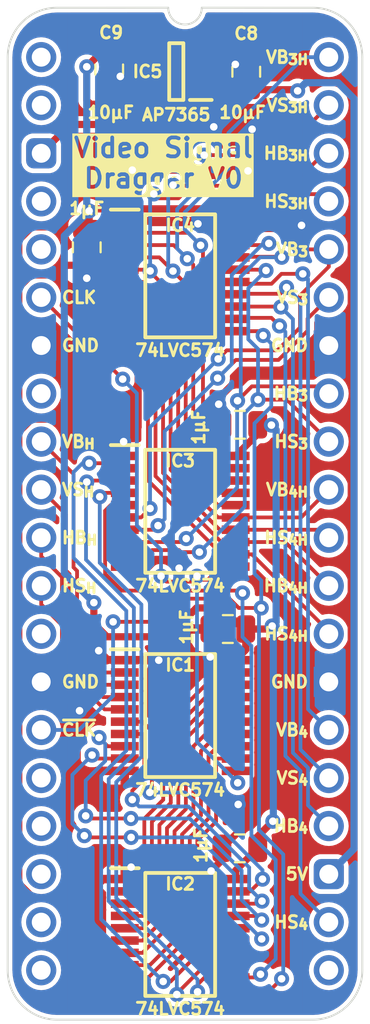
<source format=kicad_pcb>
(kicad_pcb (version 20240108) (generator "pcbnew") (generator_version "8.0")
  (title_block (title "Video Signal Dragger") (date "2024-03-08") (rev "V0"))
  (layers (0 "F.Cu" signal) (31 "B.Cu" signal) (34 "B.Paste" user) (35 "F.Paste" user) (36 "B.SilkS" user "B.Silkscreen") (37 "F.SilkS" user "F.Silkscreen") (38 "B.Mask" user) (39 "F.Mask" user) (44 "Edge.Cuts" user))
  (net 0 "")
  (net 1 "/3.3V")
  (net 3 "/Vertical Blank _{CYCLE 1}")
  (net 4 "/Vertical Sync _{CYCLE 1}")
  (net 5 "/Horizontal Blank _{CYCLE 1}")
  (net 6 "/Horizontal Sync _{CYCLE 1}")
  (net 7 "/Horizontal Sync _{CYCLE 1H}")
  (net 8 "/Horizontal Blank _{CYCLE 1H}")
  (net 9 "/Vertical Sync _{CYCLE 1H}")
  (net 10 "/Vertical Blank _{CYCLE 1H}")
  (net 19 "GND")
  (net 20 "5V")
  (net 21 "Vertical Blank _{HALF CYCLE}")
  (net 22 "Vertical Sync _{HALF CYCLE}")
  (net 23 "Horizontal Blank _{HALF CYCLE}")
  (net 24 "Horizontal Sync _{HALF CYCLE}")
  (net 25 "Pixel CLK")
  (net 26 "~{Pixel CLK}")
  (net 27 "Vertical Blank _{CYCLE 3}")
  (net 28 "Vertical Sync _{CYCLE 3}")
  (net 29 "Horizontal Blank _{CYCLE 3}")
  (net 30 "Horizontal Sync _{CYCLE 3}")
  (net 31 "Horizontal Sync _{CYCLE 4H}")
  (net 32 "Horizontal Blank _{CYCLE 4H}")
  (net 33 "Vertical Sync _{CYCLE 4H}")
  (net 34 "Vertical Blank _{CYCLE 4H}")
  (net 35 "Horizontal Sync _{CYCLE 3H}")
  (net 36 "Horizontal Blank _{CYCLE 3H}")
  (net 37 "Vertical Sync _{CYCLE 3H}")
  (net 38 "Vertical Blank _{CYCLE 3H}")
  (net 39 "Horizontal Sync _{CYCLE 4}")
  (net 40 "Horizontal Blank _{CYCLE 4}")
  (net 41 "Vertical Sync _{CYCLE 4}")
  (net 42 "Vertical Blank _{CYCLE 4}")
  (net 43 "/Horizontal Sync _{CYCLE 2}")
  (net 44 "/Horizontal Blank _{CYCLE 2}")
  (net 45 "/Vertical Sync _{CYCLE 2}")
  (net 46 "/Vertical Blank _{CYCLE 2}")
  (net 47 "/Horizontal Sync _{CYCLE 2H}")
  (net 48 "/Horizontal Blank _{CYCLE 2H}")
  (net 49 "/Vertical Sync _{CYCLE 2H}")
  (net 50 "/Vertical Blank _{CYCLE 2H}")
  (footprint "SamacSys_Parts:SOP65P640X110-20N" (layer "F.Cu") (at 96.266 93.218)
    (property "Reference" "IC1")
    (property "Value" "74LVC574APW,118" (hide yes))
  )
  (footprint "SamacSys_Parts:SOP65P640X110-20N" (layer "F.Cu") (at 96.266 69.977)
    (property "Reference" "IC4")
    (property "Value" "74LVC574APW,118" (hide yes))
  )
  (footprint "SamacSys_Parts:DIP-40_Board_W15.24mm" (layer "F.Cu") (at 88.9 58.42)
    (property "Reference" "J2" (hide yes))
    (property "Value" "Conn_02x20_Counter_Clockwise" (hide yes))
    (fp_line (start -1.778 48.26) (end -1.778 0) (stroke (width 0.1)) (layer "Edge.Cuts"))
    (fp_line (start 6.731 -2.6162) (end 0.835732 -2.613732) (stroke (width 0.1)) (layer "Edge.Cuts"))
    (fp_line (start 14.404267 -2.613733) (end 8.509 -2.6162) (stroke (width 0.1)) (layer "Edge.Cuts"))
    (fp_line (start 14.404268 50.873732) (end 0.835733 50.873733) (stroke (width 0.1)) (layer "Edge.Cuts"))
    (fp_line (start 17.018 48.26) (end 17.017999 -0.000001) (stroke (width 0.1)) (layer "Edge.Cuts"))
    (fp_arc (start -1.778 0) (mid -1.012456 -1.848188) (end 0.835732 -2.613732) (stroke (width 0.1)) (layer "Edge.Cuts"))
    (fp_arc (start 0.835733 50.873733) (mid -1.012457 50.10819) (end -1.778 48.26) (stroke (width 0.1)) (layer "Edge.Cuts"))
    (fp_arc (start 8.509 -2.6162) (mid 7.62 -1.7272) (end 6.731 -2.6162) (stroke (width 0.1)) (layer "Edge.Cuts"))
    (fp_arc (start 14.404267 -2.613733) (mid 16.25245 -1.848186) (end 17.017999 -0.000001) (stroke (width 0.1)) (layer "Edge.Cuts"))
    (fp_arc (start 17.018 48.26) (mid 16.252456 50.108187) (end 14.404268 50.873732) (stroke (width 0.1)) (layer "Edge.Cuts"))
  )
  (footprint "SamacSys_Parts:C_0805" (layer "F.Cu") (at 91.313 68.453 180)
    (property "Reference" "C4" (hide yes))
    (property "Value" "1μF")
  )
  (footprint "SamacSys_Parts:C_0805" (layer "F.Cu") (at 99.441 77.851 90)
    (property "Reference" "C3" (hide yes))
    (property "Value" "1μF")
  )
  (footprint "SamacSys_Parts:C_0805" (layer "F.Cu") (at 99.441 100.236692 90)
    (property "Reference" "C2" (hide yes))
    (property "Value" "1μF")
  )
  (footprint "SamacSys_Parts:SOP65P640X110-20N" (layer "F.Cu") (at 96.266 104.787292)
    (property "Reference" "IC2")
    (property "Value" "74LVC574APW,118" (hide yes))
  )
  (footprint "SamacSys_Parts:C_0805" (layer "F.Cu") (at 98.806 88.646 90)
    (property "Reference" "C1" (hide yes))
    (property "Value" "1μF")
  )
  (footprint "SamacSys_Parts:C_0805" (layer "F.Cu") (at 92.502 59.052833 180)
    (property "Reference" "C9")
    (property "Value" "10µF")
  )
  (footprint "SamacSys_Parts:C_0805" (layer "F.Cu") (at 99.7664 59.205233)
    (property "Reference" "C8")
    (property "Value" "10µF")
  )
  (footprint "SamacSys_Parts:SOP65P640X110-20N" (layer "F.Cu") (at 96.266 82.423)
    (property "Reference" "IC3")
    (property "Value" "74LVC574APW,118" (hide yes))
  )
  (footprint "SamacSys_Parts:SOT95P285X130-5N" (layer "F.Cu") (at 96.058 59.179833 180)
    (property "Reference" "IC5")
    (property "Value" "AP7365-33WG-7" (hide yes))
  )
  (gr_text "~{CLK}" (at 89.916 93.98 0) (layer "F.SilkS") (effects (font (size 0.635 0.635)) (justify left)))
  (gr_text "HB_{3H}" (at 103.124 63.5 0) (layer "F.SilkS") (effects (font (size 0.635 0.635)) (justify right)))
  (gr_text "HB_{4}" (at 103.124 99.06 0) (layer "F.SilkS") (effects (font (size 0.635 0.635)) (justify right)))
  (gr_text "VB_{4}" (at 103.124 93.98 0) (layer "F.SilkS") (effects (font (size 0.635 0.635)) (justify right)))
  (gr_text "VS_{3H}" (at 103.124 60.96 0) (layer "F.SilkS") (effects (font (size 0.635 0.635)) (justify right)))
  (gr_text "VS_{4}" (at 103.124 96.52 0) (layer "F.SilkS") (effects (font (size 0.635 0.635)) (justify right)))
  (gr_text "VS_{H}" (at 89.916 81.28 0) (layer "F.SilkS") (effects (font (size 0.635 0.635)) (justify left)))
  (gr_text "HS_{4H}" (at 103.124 83.82 0) (layer "F.SilkS") (effects (font (size 0.635 0.635)) (justify right)))
  (gr_text "VB_{3H}" (at 103.124 58.42 0) (layer "F.SilkS") (effects (font (size 0.635 0.635)) (justify right)))
  (gr_text "HS_{3H}" (at 103.124 66.04 0) (layer "F.SilkS") (effects (font (size 0.635 0.635)) (justify right)))
  (gr_text "HS_{H}" (at 89.916 86.36 0) (layer "F.SilkS") (effects (font (size 0.635 0.635)) (justify left)))
  (gr_text "VB_{3}" (at 103.124 68.58 0) (layer "F.SilkS") (effects (font (size 0.635 0.635)) (justify right)))
  (gr_text "HB_{3}" (at 103.124 76.2 0) (layer "F.SilkS") (effects (font (size 0.635 0.635)) (justify right)))
  (gr_text "HS_{3}" (at 103.124 78.74 0) (layer "F.SilkS") (effects (font (size 0.635 0.635)) (justify right)))
  (gr_text "VB_{4H}" (at 103.124 81.28 0) (layer "F.SilkS") (effects (font (size 0.635 0.635)) (justify right)))
  (gr_text "GND" (at 103.124 91.44 0) (layer "F.SilkS") (effects (font (size 0.635 0.635)) (justify right)))
  (gr_text "HB_{4H}" (at 103.124 86.36 0) (layer "F.SilkS") (effects (font (size 0.635 0.635)) (justify right)))
  (gr_text "HS_{4H}" (at 103.124 88.9 0) (layer "F.SilkS") (effects (font (size 0.635 0.635)) (justify right)))
  (gr_text "VB_{H}" (at 89.916 78.74 0) (layer "F.SilkS") (effects (font (size 0.635 0.635)) (justify left)))
  (gr_text "VS_{3}" (at 103.124 71.12 0) (layer "F.SilkS") (effects (font (size 0.635 0.635)) (justify right)))
  (gr_text "GND" (at 89.916 73.66 0) (layer "F.SilkS") (effects (font (size 0.635 0.635)) (justify left)))
  (gr_text "HB_{H}" (at 89.916 83.82 0) (layer "F.SilkS") (effects (font (size 0.635 0.635)) (justify left)))
  (gr_text "Video Signal\nDragger V0" (at 95.377 65.405 0) (layer "F.SilkS" knockout) (effects (font (size 1 1) (thickness 0.2) (bold yes)) (justify bottom)))
  (gr_text "CLK" (at 89.916 71.12 0) (layer "F.SilkS") (effects (font (size 0.635 0.635)) (justify left)))
  (gr_text "GND" (at 103.124 73.66 0) (layer "F.SilkS") (effects (font (size 0.635 0.635)) (justify right)))
  (gr_text "HS_{4}" (at 103.124 104.14 0) (layer "F.SilkS") (effects (font (size 0.635 0.635)) (justify right)))
  (gr_text "5V" (at 103.124 101.6 0) (layer "F.SilkS") (effects (font (size 0.635 0.635)) (justify right)))
  (gr_text "GND" (at 89.916 91.44 0) (layer "F.SilkS") (effects (font (size 0.635 0.635)) (justify left)))
  (segment (start 94.758 60.129833) (end 93.979 60.908833) (width 0.38) (layer "F.Cu") (net 1))
  (segment (start 99.593771 88.646) (end 98.478771 87.531) (width 0.38) (layer "F.Cu") (net 1))
  (segment (start 100.375 100.236692) (end 100.375 99.607002) (width 0.38) (layer "F.Cu") (net 1))
  (segment (start 97.127 87.531) (end 95.603 89.055) (width 0.38) (layer "F.Cu") (net 1))
  (segment (start 93.979 60.908833) (end 91.515833 60.908833) (width 0.38) (layer "F.Cu") (net 1))
  (segment (start 91.551 66.437) (end 91.44 66.548) (width 0.38) (layer "F.Cu") (net 1))
  (segment (start 99.204 101.407692) (end 100.375 100.236692) (width 0.38) (layer "F.Cu") (net 1))
  (segment (start 95.603 89.055) (end 92.382771 89.055) (width 0.38) (layer "F.Cu") (net 1))
  (segment (start 99.74 89.744) (end 99.74 89.109) (width 0.38) (layer "F.Cu") (net 1))
  (segment (start 99.204 90.28) (end 99.74 89.744) (width 0.38) (layer "F.Cu") (net 1))
  (segment (start 100.375 99.607002) (end 101.176 98.806002) (width 0.38) (layer "F.Cu") (net 1))
  (segment (start 92.382771 89.055) (end 91.69 88.362229) (width 0.38) (layer "F.Cu") (net 1))
  (segment (start 100.981645 88.646006) (end 101.139998 88.487653) (width 0.38) (layer "F.Cu") (net 1))
  (segment (start 99.204 101.862292) (end 99.204 101.407692) (width 0.38) (layer "F.Cu") (net 1))
  (segment (start 91.515833 60.908833) (end 91.313 60.706) (width 0.38) (layer "F.Cu") (net 1))
  (segment (start 99.204 67.052) (end 98.589 66.437) (width 0.38) (layer "F.Cu") (net 1))
  (segment (start 92.122163 58.118833) (end 91.313 58.927996) (width 0.38) (layer "F.Cu") (net 1))
  (segment (start 91.313 60.706) (end 91.313 58.927996) (width 0.38) (layer "F.Cu") (net 1))
  (segment (start 100.375 77.851) (end 101.083205 77.851) (width 0.38) (layer "F.Cu") (net 1))
  (segment (start 101.083205 77.851) (end 101.099815 77.86761) (width 0.38) (layer "F.Cu") (net 1))
  (segment (start 99.740006 88.646006) (end 100.981645 88.646006) (width 0.38) (layer "F.Cu") (net 1))
  (segment (start 98.478771 87.531) (end 97.127 87.531) (width 0.38) (layer "F.Cu") (net 1))
  (segment (start 99.204 79.498) (end 100.375 78.327) (width 0.38) (layer "F.Cu") (net 1))
  (segment (start 91.69 88.362229) (end 91.69 87.249) (width 0.38) (layer "F.Cu") (net 1))
  (segment (start 91.44 67.392) (end 91.44 66.548) (width 0.38) (layer "F.Cu") (net 1))
  (segment (start 98.589 66.437) (end 91.551 66.437) (width 0.38) (layer "F.Cu") (net 1))
  (via (at 101.139998 88.487653) (size 0.8) (drill 0.4) (layers "F.Cu" "B.Cu") (net 1))
  (via (at 91.313 58.927996) (size 0.8) (drill 0.4) (layers "F.Cu" "B.Cu") (net 1))
  (via (at 101.176 98.806002) (size 0.8) (drill 0.4) (layers "F.Cu" "B.Cu") (net 1))
  (via (at 91.44 66.548) (size 0.8) (drill 0.4) (layers "F.Cu" "B.Cu") (net 1))
  (via (at 101.099815 77.86761) (size 0.8) (drill 0.4) (layers "F.Cu" "B.Cu") (net 1))
  (via (at 91.69 87.249) (size 0.8) (drill 0.4) (layers "F.Cu" "B.Cu") (net 1))
  (segment (start 90.123 67.865) (end 90.123 85.682) (width 0.38) (layer "B.Cu") (net 1))
  (segment (start 101.349993 88.277658) (end 101.349993 78.117788) (width 0.38) (layer "B.Cu") (net 1))
  (segment (start 101.201 98.781002) (end 101.201 88.548655) (width 0.38) (layer "B.Cu") (net 1))
  (segment (start 101.139998 88.487653) (end 101.349993 88.277658) (width 0.38) (layer "B.Cu") (net 1))
  (segment (start 91.313 58.927996) (end 91.313 66.421) (width 0.38) (layer "B.Cu") (net 1))
  (segment (start 90.123 85.682) (end 91.69 87.249) (width 0.38) (layer "B.Cu") (net 1))
  (segment (start 91.313 66.421) (end 91.44 66.548) (width 0.38) (layer "B.Cu") (net 1))
  (segment (start 91.44 66.548) (end 90.123 67.865) (width 0.38) (layer "B.Cu") (net 1))
  (segment (start 101.349993 78.117788) (end 101.099815 77.86761) (width 0.38) (layer "B.Cu") (net 1))
  (segment (start 101.176 98.806002) (end 101.201 98.781002) (width 0.38) (layer "B.Cu") (net 1))
  (segment (start 101.201 88.548655) (end 101.139998 88.487653) (width 0.38) (layer "B.Cu") (net 1))
  (segment (start 99.980998 102.512292) (end 100.627 101.86629) (width 0.2) (layer "F.Cu") (net 3))
  (segment (start 94.7655 94.043) (end 94.7655 97.172095) (width 0.2) (layer "F.Cu") (net 3))
  (segment (start 94.2655 93.543) (end 94.7655 94.043) (width 0.2) (layer "F.Cu") (net 3))
  (segment (start 99.204 102.512292) (end 99.980998 102.512292) (width 0.2) (layer "F.Cu") (net 3))
  (segment (start 94.7655 97.172095) (end 94.652036 97.285559) (width 0.2) (layer "F.Cu") (net 3))
  (segment (start 93.328 93.543) (end 94.2655 93.543) (width 0.2) (layer "F.Cu") (net 3))
  (via (at 94.652036 97.285559) (size 0.8) (drill 0.4) (layers "F.Cu" "B.Cu") (net 3))
  (via (at 100.627 101.86629) (size 0.8) (drill 0.4) (layers "F.Cu" "B.Cu") (net 3))
  (segment (start 96.523559 97.285559) (end 94.652036 97.285559) (width 0.2) (layer "B.Cu") (net 3))
  (segment (start 100.627 101.86629) (end 100.627 101.389) (width 0.2) (layer "B.Cu") (net 3))
  (segment (start 100.627 101.389) (end 96.523559 97.285559) (width 0.2) (layer "B.Cu") (net 3))
  (segment (start 94.3655 96.548823) (end 93.726 97.188323) (width 0.2) (layer "F.Cu") (net 4))
  (segment (start 94.2655 94.193) (end 94.3655 94.293) (width 0.2) (layer "F.Cu") (net 4))
  (segment (start 100.466099 103.162292) (end 100.601036 103.027355) (width 0.2) (layer "F.Cu") (net 4))
  (segment (start 93.328 94.193) (end 94.2655 94.193) (width 0.2) (layer "F.Cu") (net 4))
  (segment (start 94.3655 94.293) (end 94.3655 96.548823) (width 0.2) (layer "F.Cu") (net 4))
  (segment (start 93.726 97.188323) (end 93.726 97.663) (width 0.2) (layer "F.Cu") (net 4))
  (segment (start 99.204 103.162292) (end 100.466099 103.162292) (width 0.2) (layer "F.Cu") (net 4))
  (via (at 100.601036 103.027355) (size 0.8) (drill 0.4) (layers "F.Cu" "B.Cu") (net 4))
  (via (at 93.726 97.663) (size 0.8) (drill 0.4) (layers "F.Cu" "B.Cu") (net 4))
  (segment (start 94.088519 98.025519) (end 93.726 97.663) (width 0.2) (layer "B.Cu") (net 4))
  (segment (start 99.919305 101.246991) (end 96.697833 98.025519) (width 0.2) (layer "B.Cu") (net 4))
  (segment (start 96.697833 98.025519) (end 94.088519 98.025519) (width 0.2) (layer "B.Cu") (net 4))
  (segment (start 100.601036 103.027355) (end 99.919305 102.345624) (width 0.2) (layer "B.Cu") (net 4))
  (segment (start 99.919305 102.345624) (end 99.919305 101.246991) (width 0.2) (layer "B.Cu") (net 4))
  (segment (start 93.328 94.843) (end 92.427649 94.843) (width 0.2) (layer "F.Cu") (net 5))
  (segment (start 92.427649 94.843) (end 91.965241 94.380592) (width 0.2) (layer "F.Cu") (net 5))
  (segment (start 100.369047 103.812292) (end 100.583967 104.027212) (width 0.2) (layer "F.Cu") (net 5))
  (segment (start 91.257002 98.522051) (end 91.395313 98.660362) (width 0.2) (layer "F.Cu") (net 5))
  (segment (start 99.204 103.812292) (end 100.369047 103.812292) (width 0.2) (layer "F.Cu") (net 5))
  (segment (start 91.395313 98.660362) (end 93.65339 98.660362) (width 0.2) (layer "F.Cu") (net 5))
  (via (at 91.257002 98.522051) (size 0.8) (drill 0.4) (layers "F.Cu" "B.Cu") (net 5))
  (via (at 91.965241 94.380592) (size 0.8) (drill 0.4) (layers "F.Cu" "B.Cu") (net 5))
  (via (at 100.583967 104.027212) (size 0.8) (drill 0.4) (layers "F.Cu" "B.Cu") (net 5))
  (via (at 93.65339 98.660362) (size 0.8) (drill 0.4) (layers "F.Cu" "B.Cu") (net 5))
  (segment (start 91.257002 98.522051) (end 91.257002 96.654333) (width 0.2) (layer "B.Cu") (net 5))
  (segment (start 92.295 95.616335) (end 92.295 94.710351) (width 0.2) (layer "B.Cu") (net 5))
  (segment (start 91.257002 96.654333) (end 92.295 95.616335) (width 0.2) (layer "B.Cu") (net 5))
  (segment (start 92.295 94.710351) (end 91.965241 94.380592) (width 0.2) (layer "B.Cu") (net 5))
  (segment (start 96.76699 98.660362) (end 93.65339 98.660362) (width 0.2) (layer "B.Cu") (net 5))
  (segment (start 100.583967 104.027212) (end 99.519305 102.96255) (width 0.2) (layer "B.Cu") (net 5))
  (segment (start 99.519305 102.96255) (end 99.519305 101.412677) (width 0.2) (layer "B.Cu") (net 5))
  (segment (start 99.519305 101.412677) (end 96.76699 98.660362) (width 0.2) (layer "B.Cu") (net 5))
  (segment (start 93.328 95.493) (end 91.778206 95.493) (width 0.2) (layer "F.Cu") (net 6))
  (segment (start 91.278298 99.660298) (end 93.664853 99.660298) (width 0.2) (layer "F.Cu") (net 6))
  (segment (start 100.019078 104.462292) (end 100.584 105.027214) (width 0.2) (layer "F.Cu") (net 6))
  (segment (start 91.186 99.568) (end 91.278298 99.660298) (width 0.2) (layer "F.Cu") (net 6))
  (segment (start 91.778206 95.493) (end 91.594561 95.309355) (width 0.2) (layer "F.Cu") (net 6))
  (segment (start 99.204 104.462292) (end 100.019078 104.462292) (width 0.2) (layer "F.Cu") (net 6))
  (via (at 93.664853 99.660298) (size 0.8) (drill 0.4) (layers "F.Cu" "B.Cu") (net 6))
  (via (at 100.584 105.027214) (size 0.8) (drill 0.4) (layers "F.Cu" "B.Cu") (net 6))
  (via (at 91.186 99.568) (size 0.8) (drill 0.4) (layers "F.Cu" "B.Cu") (net 6))
  (via (at 91.594561 95.309355) (size 0.8) (drill 0.4) (layers "F.Cu" "B.Cu") (net 6))
  (segment (start 90.551 96.352916) (end 91.594561 95.309355) (width 0.2) (layer "B.Cu") (net 6))
  (segment (start 91.186 99.568) (end 90.551 98.933) (width 0.2) (layer "B.Cu") (net 6))
  (segment (start 99.119309 103.562523) (end 99.119309 101.578367) (width 0.2) (layer "B.Cu") (net 6))
  (segment (start 100.584 105.027214) (end 99.119309 103.562523) (width 0.2) (layer "B.Cu") (net 6))
  (segment (start 90.551 98.933) (end 90.551 96.352916) (width 0.2) (layer "B.Cu") (net 6))
  (segment (start 99.119309 101.578367) (end 97.20124 99.660298) (width 0.2) (layer "B.Cu") (net 6))
  (segment (start 97.20124 99.660298) (end 93.664853 99.660298) (width 0.2) (layer "B.Cu") (net 6))
  (segment (start 96.566495 98.16531) (end 95.5655 99.166305) (width 0.2) (layer "F.Cu") (net 7))
  (segment (start 96.566495 94.441506) (end 96.566495 98.16531) (width 0.2) (layer "F.Cu") (net 7))
  (segment (start 98.115001 92.893) (end 96.566495 94.441506) (width 0.2) (layer "F.Cu") (net 7))
  (segment (start 95.5655 103.162292) (end 94.2655 104.462292) (width 0.2) (layer "F.Cu") (net 7))
  (segment (start 95.5655 99.166305) (end 95.5655 103.162292) (width 0.2) (layer "F.Cu") (net 7))
  (segment (start 94.2655 104.462292) (end 93.328 104.462292) (width 0.2) (layer "F.Cu") (net 7))
  (segment (start 99.204 92.893) (end 98.115001 92.893) (width 0.2) (layer "F.Cu") (net 7))
  (segment (start 95.1655 102.912292) (end 94.2655 103.812292) (width 0.2) (layer "F.Cu") (net 8))
  (segment (start 98.199315 92.243) (end 96.166495 94.27582) (width 0.2) (layer "F.Cu") (net 8))
  (segment (start 94.2655 103.812292) (end 93.328 103.812292) (width 0.2) (layer "F.Cu") (net 8))
  (segment (start 96.166495 97.999624) (end 95.1655 99.000619) (width 0.2) (layer "F.Cu") (net 8))
  (segment (start 96.166495 94.27582) (end 96.166495 97.999624) (width 0.2) (layer "F.Cu") (net 8))
  (segment (start 99.204 92.243) (end 98.199315 92.243) (width 0.2) (layer "F.Cu") (net 8))
  (segment (start 95.1655 99.000619) (end 95.1655 102.912292) (width 0.2) (layer "F.Cu") (net 8))
  (segment (start 94.7655 98.834933) (end 94.7655 102.662292) (width 0.2) (layer "F.Cu") (net 9))
  (segment (start 98.2665 91.593) (end 95.766495 94.093005) (width 0.2) (layer "F.Cu") (net 9))
  (segment (start 95.766495 94.093005) (end 95.766495 97.833938) (width 0.2) (layer "F.Cu") (net 9))
  (segment (start 95.766495 97.833938) (end 94.7655 98.834933) (width 0.2) (layer "F.Cu") (net 9))
  (segment (start 94.7655 102.662292) (end 94.2655 103.162292) (width 0.2) (layer "F.Cu") (net 9))
  (segment (start 94.2655 103.162292) (end 93.328 103.162292) (width 0.2) (layer "F.Cu") (net 9))
  (segment (start 99.204 91.593) (end 98.2665 91.593) (width 0.2) (layer "F.Cu") (net 9))
  (segment (start 98.2665 90.943) (end 95.366495 93.843005) (width 0.2) (layer "F.Cu") (net 10))
  (segment (start 95.366495 97.668252) (end 94.3655 98.669247) (width 0.2) (layer "F.Cu") (net 10))
  (segment (start 94.3655 98.669247) (end 94.3655 102.412292) (width 0.2) (layer "F.Cu") (net 10))
  (segment (start 94.2655 102.512292) (end 93.328 102.512292) (width 0.2) (layer "F.Cu") (net 10))
  (segment (start 95.366495 93.843005) (end 95.366495 97.668252) (width 0.2) (layer "F.Cu") (net 10))
  (segment (start 99.204 90.943) (end 98.2665 90.943) (width 0.2) (layer "F.Cu") (net 10))
  (segment (start 94.3655 102.412292) (end 94.2655 102.512292) (width 0.2) (layer "F.Cu") (net 10))
  (segment (start 97.358 59.179833) (end 98.8258 59.179833) (width 0.38) (layer "F.Cu") (net 19))
  (segment (start 92.2105 107.712292) (end 93.328 107.712292) (width 0.38) (layer "F.Cu") (net 19))
  (segment (start 98.9994 57.472233) (end 93.929 57.472233) (width 0.38) (layer "F.Cu") (net 19))
  (segment (start 89.328 67.39) (end 92.329 64.389) (width 0.38) (layer "F.Cu") (net 19))
  (segment (start 87.71 102.092915) (end 88.487085 102.87) (width 0.38) (layer "F.Cu") (net 19))
  (segment (start 93.091 59.436) (end 93.084833 59.436) (width 0.38) (layer "F.Cu") (net 19))
  (segment (start 88.371 69.93) (end 88.392 69.93) (width 0.38) (layer "F.Cu") (net 19))
  (segment (start 93.328 72.902) (end 94.036 73.61) (width 0.38) (layer "F.Cu") (net 19))
  (segment (start 93.328 67.052) (end 97.030008 67.052) (width 0.38) (layer "F.Cu") (net 19))
  (segment (start 90.805 95.928197) (end 90.805 93.091) (width 0.38) (layer "F.Cu") (net 19))
  (segment (start 93.324 96.139) (end 91.015803 96.139) (width 0.38) (layer "F.Cu") (net 19))
  (segment (start 92.2105 101.862292) (end 90.805 103.267792) (width 0.38) (layer "F.Cu") (net 19))
  (segment (start 87.71 68.087085) (end 88.407085 67.39) (width 0.38) (layer "F.Cu") (net 19))
  (segment (start 99.187 58.801) (end 99.204633 58.801) (width 0.38) (layer "F.Cu") (net 19))
  (segment (start 99.375992 97.917) (end 99.339998 97.917) (width 0.38) (layer "F.Cu") (net 19))
  (segment (start 87.71 74.85) (end 87.71 76.868) (width 0.38) (layer "F.Cu") (net 19))
  (segment (start 88.9 73.66) (end 87.71 72.47) (width 0.38) (layer "F.Cu") (net 19))
  (segment (start 93.328 101.567288) (end 93.664 101.231288) (width 0.38) (layer "F.Cu") (net 19))
  (segment (start 93.328 90.293) (end 95.129808 90.293) (width 0.38) (layer "F.Cu") (net 19))
  (segment (start 97.84 88.646) (end 97.84 90.106164) (width 0.38) (layer "F.Cu") (net 19))
  (segment (start 87.71 72.47) (end 87.71 72.009) (width 0.38) (layer "F.Cu") (net 19))
  (segment (start 91.313 69.419) (end 90.253 69.419) (width 0.38) (layer "F.Cu") (net 19))
  (segment (start 94.983651 84.964) (end 95.737972 84.964) (width 0.38) (layer "F.Cu") (net 19))
  (segment (start 92.452 90.293) (end 91.948 89.789) (width 0.38) (layer "F.Cu") (net 19))
  (segment (start 93.091 59.429833) (end 93.091 59.436) (width 0.38) (layer "F.Cu") (net 19))
  (segment (start 98.171006 62.23) (end 100.076 62.23) (width 0.38) (layer "F.Cu") (net 19))
  (segment (start 104.14 91.44) (end 105.33 90.25) (width 0.38) (layer "F.Cu") (net 19))
  (segment (start 102.95 92.63) (end 102.95 94.342992) (width 0.38) (layer "F.Cu") (net 19))
  (segment (start 87.71 69.248) (end 87.71 68.087085) (width 0.38) (layer "F.Cu") (net 19))
  (segment (start 98.307213 76.444787) (end 98.307213 76.764187) (width 0.38) (layer "F.Cu") (net 19))
  (segment (start 93.328 78.800574) (end 93.267448 78.740022) (width 0.38) (layer "F.Cu") (net 19))
  (segment (start 98.475 100.236692) (end 98.475 100.861741) (width 0.38) (layer "F.Cu") (net 19))
  (segment (start 97.683164 90.293) (end 97.855 90.121164) (width 0.38) (layer "F.Cu") (net 19))
  (segment (start 91.313 70.104) (end 91.313 69.419) (width 0.38) (layer "F.Cu") (net 19))
  (segment (start 95.129808 90.293) (end 97.683164 90.293) (width 0.38) (layer "F.Cu") (net 19))
  (segment (start 93.617 57.784233) (end 93.617 58.903833) (width 0.38) (layer "F.Cu") (net 19))
  (segment (start 94.036 73.61) (end 94.036 77.97147) (width 0.38) (layer "F.Cu") (net 19))
  (segment (start 88.487085 102.87) (end 90.407208 102.87) (width 0.38) (layer "F.Cu") (net 19))
  (segment (start 88.9 73.66) (end 87.71 74.85) (width 0.38) (layer "F.Cu") (net 19))
  (segment (start 105.41 74.93) (end 104.14 73.66) (width 0.38) (layer "F.Cu") (net 19))
  (segment (start 95.737972 84.964) (end 96.206179 85.432207) (width 0.38) (layer "F.Cu") (net 19))
  (segment (start 88.407085 67.39) (end 89.328 67.39) (width 0.38) (layer "F.Cu") (net 19))
  (segment (start 94.599651 85.348) (end 94.983651 84.964) (width 0.38) (layer "F.Cu") (net 19))
  (segment (start 99.204633 58.801) (end 99.7664 58.239233) (width 0.38) (layer "F.Cu") (net 19))
  (segment (start 105.41 80.01) (end 105.41 74.93) (width 0.38) (layer "F.Cu") (net 19))
  (segment (start 104.14 91.44) (end 102.95 92.63) (width 0.38) (layer "F.Cu") (net 19))
  (segment (start 88.392 77.55) (end 87.71 78.232) (width 0.38) (layer "F.Cu") (net 19))
  (segment (start 87.71 78.232) (end 87.71 90.25) (width 0.38) (layer "F.Cu") (net 19))
  (segment (start 91.313 71.9795) (end 91.313 70.104) (width 0.38) (layer "F.Cu") (net 19))
  (segment (start 93.328 90.293) (end 92.452 90.293) (width 0.38) (layer "F.Cu") (net 19))
  (segment (start 104.647992 67.309992) (end 102.695992 67.309992) (width 0.38) (layer "F.Cu") (net 19))
  (segment (start 88.392 77.55) (end 92.077426 77.55) (width 0.38) (layer "F.Cu") (net 19))
  (segment (start 99.822 64.389) (end 99.861004 64.428004) (width 0.38) (layer "F.Cu") (net 19))
  (segment (start 97.030008 67.052) (end 97.205008 67.227) (width 0.38) (layer "F.Cu") (net 19))
  (segment (start 87.71 70.591) (end 88.371 69.93) (width 0.38) (layer "F.Cu") (net 19))
  (segment (start 94.036 77.97147) (end 93.267448 78.740022) (width 0.38) (layer "F.Cu") (net 19))
  (segment (start 90.407208 102.87) (end 90.805 103.267792) (width 0.38) (layer "F.Cu") (net 19))
  (segment (start 93.617 58.903833) (end 93.091 59.429833) (width 0.38) (layer "F.Cu") (net 19))
  (segment (start 93.328 101.862292) (end 92.2105 101.862292) (width 0.38) (layer "F.Cu") (net 19))
  (segment (start 90.253 69.419) (end 89.742 69.93) (width 0.38) (layer "F.Cu") (net 19))
  (segment (start 99.494771 75.257229) (end 98.307213 76.444787) (width 0.38) (layer "F.Cu") (net 19))
  (segment (start 98.307213 77.683213) (end 98.307213 76.764187) (width 0.38) (layer "F.Cu") (net 19))
  (segment (start 92.077426 77.55) (end 93.267448 78.740022) (width 0.38) (layer "F.Cu") (net 19))
  (segment (start 98.044 62.102994) (end 98.171006 62.23) (width 0.38) (layer "F.Cu") (net 19))
  (segment (start 104.14 73.66) (end 105.33 72.47) (width 0.38) (layer "F.Cu") (net 19))
  (segment (start 93.328 85.348) (end 94.599651 85.348) (width 0.38) (layer "F.Cu") (net 19))
  (segment (start 97.84 90.106164) (end 97.855 90.121164) (width 0.38) (layer "F.Cu") (net 19))
  (segment (start 102.542771 75.257229) (end 99.494771 75.257229) (width 0.38) (layer "F.Cu") (net 19))
  (segment (start 105.33 80.09) (end 105.41 80.01) (width 0.38) (layer "F.Cu") (net 19))
  (segment (start 92.2355 72.902) (end 91.313 71.9795) (width 0.38) (layer "F.Cu") (net 19))
  (segment (start 105.33 67.992) (end 104.647992 67.309992) (width 0.38) (layer "F.Cu") (net 19))
  (segment (start 98.475 100.236692) (end 99.339998 99.371694) (width 0.38) (layer "F.Cu") (net 19))
  (segment (start 87.71 90.25) (end 88.9 91.44) (width 0.38) (layer "F.Cu") (net 19))
  (segment (start 88.9 91.44) (end 87.71 92.63) (width 0.38) (layer "F.Cu") (net 19))
  (segment (start 89.742 69.93) (end 88.392 69.93) (width 0.38) (layer "F.Cu") (net 19))
  (segment (start 87.71 72.009) (end 87.71 70.591) (width 0.38) (layer "F.Cu") (net 19))
  (segment (start 88.392 69.93) (end 87.71 69.248) (width 0.38) (layer "F.Cu") (net 19))
  (segment (start 99.7664 58.239233) (end 98.9994 57.472233) (width 0.38) (layer "F.Cu") (net 19))
  (segment (start 93.328 79.498) (end 93.328 78.800574) (width 0.38) (layer "F.Cu") (net 19))
  (segment (start 87.71 92.63) (end 87.71 101.854) (width 0.38) (layer "F.Cu") (net 19))
  (segment (start 90.805 93.091) (end 90.932 92.964) (width 0.38) (layer "F.Cu") (net 19))
  (segment (start 92.329 64.389) (end 93.726 64.389) (width 0.38) (layer "F.Cu") (net 19))
  (segment (start 93.929 57.472233) (end 93.617 57.784233) (width 0.38) (layer "F.Cu") (net 19))
  (segment (start 93.328 101.862292) (end 93.328 101.567288) (width 0.38) (layer "F.Cu") (net 19))
  (segment (start 105.33 90.25) (end 105.33 80.09) (width 0.38) (layer "F.Cu") (net 19))
  (segment (start 102.95 94.342992) (end 99.375992 97.917) (width 0.38) (layer "F.Cu") (net 19))
  (segment (start 87.71 101.854) (end 87.71 102.092915) (width 0.38) (layer "F.Cu") (net 19))
  (segment (start 98.475 100.861741) (end 97.902394 101.434347) (width 0.38) (layer "F.Cu") (net 19))
  (segment (start 90.805 106.306792) (end 92.2105 107.712292) (width 0.38) (layer "F.Cu") (net 19))
  (segment (start 87.71 76.868) (end 88.392 77.55) (width 0.38) (layer "F.Cu") (net 19))
  (segment (start 104.14 73.66) (end 102.542771 75.257229) (width 0.38) (layer "F.Cu") (net 19))
  (segment (start 93.726 64.389) (end 99.822 64.389) (width 0.38) (layer "F.Cu") (net 19))
  (segment (start 105.33 72.47) (end 105.33 67.992) (width 0.38) (layer "F.Cu") (net 19))
  (segment (start 91.015803 96.139) (end 90.805 95.928197) (width 0.38) (layer "F.Cu") (net 19))
  (segment (start 99.339998 99.371694) (end 99.339998 97.917) (width 0.38) (layer "F.Cu") (net 19))
  (segment (start 98.8258 59.179833) (end 99.187 58.818633) (width 0.38) (layer "F.Cu") (net 19))
  (segment (start 99.187 58.818633) (end 99.187 58.801) (width 0.38) (layer "F.Cu") (net 19))
  (segment (start 90.805 103.267792) (end 90.805 106.306792) (width 0.38) (layer "F.Cu") (net 19))
  (segment (start 93.328 72.902) (end 92.2355 72.902) (width 0.38) (layer "F.Cu") (net 19))
  (segment (start 93.084833 59.436) (end 92.502 60.018833) (width 0.38) (layer "F.Cu") (net 19))
  (via (at 100.076 62.23) (size 0.8) (drill 0.4) (layers "F.Cu" "B.Cu") (net 19))
  (via (at 99.339998 97.917) (size 0.8) (drill 0.4) (layers "F.Cu" "B.Cu") (net 19))
  (via (at 98.044 62.102994) (size 0.8) (drill 0.4) (layers "F.Cu" "B.Cu") (net 19))
  (via (at 96.206179 85.432207) (size 0.8) (drill 0.4) (layers "F.Cu" "B.Cu") (net 19))
  (via (at 97.855 90.121164) (size 0.8) (drill 0.4) (layers "F.Cu" "B.Cu") (net 19))
  (via (at 93.664 101.231288) (size 0.8) (drill 0.4) (layers "F.Cu" "B.Cu") (net 19))
  (via (at 98.307213 76.764187) (size 0.8) (drill 0.4) (layers "F.Cu" "B.Cu") (net 19))
  (via (at 93.726 64.389) (size 0.8) (drill 0.4) (layers "F.Cu" "B.Cu") (net 19))
  (via (at 95.129808 90.293) (size 0.8) (drill 0.4) (layers "F.Cu" "B.Cu") (net 19))
  (via (at 93.267448 78.740022) (size 0.8) (drill 0.4) (layers "F.Cu" "B.Cu") (net 19))
  (via (at 99.187 58.801) (size 0.8) (drill 0.4) (layers "F.Cu" "B.Cu") (net 19))
  (via (at 97.205008 67.227) (size 0.8) (drill 0.4) (layers "F.Cu" "B.Cu") (net 19))
  (via (at 97.902394 101.434347) (size 0.8) (drill 0.4) (layers "F.Cu" "B.Cu") (net 19))
  (via (at 91.948 89.789) (size 0.8) (drill 0.4) (layers "F.Cu" "B.Cu") (net 19))
  (via (at 91.313 70.104) (size 0.8) (drill 0.4) (layers "F.Cu" "B.Cu") (net 19))
  (via (at 90.932 92.964) (size 0.8) (drill 0.4) (layers "F.Cu" "B.Cu") (net 19))
  (via (at 93.091 59.436) (size 0.8) (drill 0.4) (layers "F.Cu" "B.Cu") (net 19))
  (via (at 99.861004 64.428004) (size 0.8) (drill 0.4) (layers "F.Cu" "B.Cu") (net 19))
  (via (at 102.695992 67.309992) (size 0.8) (drill 0.4) (layers "F.Cu" "B.Cu") (net 19))
  (segment (start 98.718012 68.111011) (end 99.519031 67.309992) (width 0.38) (layer "B.Cu") (net 19))
  (segment (start 97.834 67.227) (end 97.205008 67.227) (width 0.38) (layer "B.Cu") (net 19))
  (segment (start 95.794649 83.538037) (end 95.794649 85.020677) (width 0.38) (layer "B.Cu") (net 19))
  (segment (start 98.307213 81.025473) (end 95.794649 83.538037) (width 0.38) (layer "B.Cu") (net 19))
  (segment (start 95.129808 90.293) (end 95.129808 88.131192) (width 0.38) (layer "B.Cu") (net 19))
  (segment (start 93.267448 85.139448) (end 95.6945 87.5665) (width 0.38) (layer "B.Cu") (net 19))
  (segment (start 93.267448 78.740022) (end 93.267448 85.139448) (width 0.38) (layer "B.Cu") (net 19))
  (segment (start 93.091 61.468) (end 93.726 62.103) (width 0.38) (layer "B.Cu") (net 19))
  (segment (start 98.718012 68.111011) (end 97.834 67.227) (width 0.38) (layer "B.Cu") (net 19))
  (segment (start 98.307213 76.764187) (end 98.307213 81.025473) (width 0.38) (layer "B.Cu") (net 19))
  (segment (start 98.718012 68.111011) (end 92.428 74.401023) (width 0.38) (layer "B.Cu") (net 19))
  (segment (start 102.695992 67.309992) (end 102.695992 67.262992) (width 0.38) (layer "B.Cu") (net 19))
  (segment (start 98.679 97.917) (end 99.339998 97.917) (width 0.38) (layer "B.Cu") (net 19))
  (segment (start 99.861004 64.571004) (end 99.861004 64.428004) (width 0.38) (layer "B.Cu") (net 19))
  (segment (start 102.695992 67.262992) (end 99.861004 64.428004) (width 0.38) (layer "B.Cu") (net 19))
  (segment (start 93.726 62.103) (end 93.726 64.389) (width 0.38) (layer "B.Cu") (net 19))
  (segment (start 92.428 77.900574) (end 93.267448 78.740022) (width 0.38) (layer "B.Cu") (net 19))
  (segment (start 95.129808 88.131192) (end 95.6945 87.5665) (width 0.38) (layer "B.Cu") (net 19))
  (segment (start 91.948 89.789) (end 90.932 90.805) (width 0.38) (layer "B.Cu") (net 19))
  (segment (start 98.044 61.214) (end 98.044 62.102994) (width 0.38) (layer "B.Cu") (net 19))
  (segment (start 91.313 73.286023) (end 91.313 70.104) (width 0.38) (layer "B.Cu") (net 19))
  (segment (start 93.091 59.436) (end 93.091 61.468) (width 0.38) (layer "B.Cu") (net 19))
  (segment (start 90.932 90.805) (end 90.932 92.964) (width 0.38) (layer "B.Cu") (net 19))
  (segment (start 97.205008 67.227) (end 99.861004 64.571004) (width 0.38) (layer "B.Cu") (net 19))
  (segment (start 95.6945 87.5665) (end 96.206179 87.054821) (width 0.38) (layer "B.Cu") (net 19))
  (segment (start 89.408 91.44) (end 90.932 92.964) (width 0.38) (layer "B.Cu") (net 19))
  (segment (start 95.129808 94.367808) (end 98.679 97.917) (width 0.38) (layer "B.Cu") (net 19))
  (segment (start 95.794649 85.020677) (end 96.206179 85.432207) (width 0.38) (layer "B.Cu") (net 19))
  (segment (start 97.902394 101.434347) (end 97.699335 101.231288) (width 0.38) (layer "B.Cu") (net 19))
  (segment (start 95.129808 90.293) (end 95.129808 94.367808) (width 0.38) (layer "B.Cu") (net 19))
  (segment (start 92.428 74.401023) (end 92.428 77.900574) (width 0.38) (layer "B.Cu") (net 19))
  (segment (start 99.187 58.801) (end 99.187 60.071) (width 0.38) (layer "B.Cu") (net 19))
  (segment (start 99.187 60.071) (end 98.044 61.214) (width 0.38) (layer "B.Cu") (net 19))
  (segment (start 99.519031 67.309992) (end 102.695992 67.309992) (width 0.38) (layer "B.Cu") (net 19))
  (segment (start 92.428 74.401023) (end 91.313 73.286023) (width 0.38) (layer "B.Cu") (net 19))
  (segment (start 99.861004 62.444996) (end 100.076 62.23) (width 0.38) (layer "B.Cu") (net 19))
  (segment (start 99.861004 64.428004) (end 99.861004 62.444996) (width 0.38) (layer "B.Cu") (net 19))
  (segment (start 97.699335 101.231288) (end 93.664 101.231288) (width 0.38) (layer "B.Cu") (net 19))
  (segment (start 96.206179 87.054821) (end 96.206179 85.432207) (width 0.38) (layer "B.Cu") (net 19))
  (segment (start 96.653 58.229833) (end 96.393 58.489833) (width 0.38) (layer "F.Cu") (net 20))
  (segment (start 97.358 60.129833) (end 96.391334 60.129833) (width 0.38) (layer "F.Cu") (net 20))
  (segment (start 90.424 61.976) (end 94.545167 61.976) (width 0.38) (layer "F.Cu") (net 20))
  (segment (start 96.391334 60.129833) (end 96.333667 60.1875) (width 0.38) (layer "F.Cu") (net 20))
  (segment (start 97.358 58.229833) (end 96.653 58.229833) (width 0.38) (layer "F.Cu") (net 20))
  (segment (start 88.9 63.5) (end 90.424 61.976) (width 0.38) (layer "F.Cu") (net 20))
  (segment (start 94.545167 61.976) (end 96.333667 60.1875) (width 0.38) (layer "F.Cu") (net 20))
  (segment (start 99.7664 60.139233) (end 102.430233 60.139233) (width 0.38) (layer "F.Cu") (net 20))
  (segment (start 96.393 58.489833) (end 96.393 60.128167) (width 0.38) (layer "F.Cu") (net 20))
  (segment (start 102.430233 60.139233) (end 102.489 60.198) (width 0.38) (layer "F.Cu") (net 20))
  (segment (start 96.393 60.128167) (end 96.333667 60.1875) (width 0.38) (layer "F.Cu") (net 20))
  (segment (start 99.7664 60.139233) (end 97.3674 60.139233) (width 0.38) (layer "F.Cu") (net 20))
  (via (at 102.489 60.198) (size 0.8) (drill 0.4) (layers "F.Cu" "B.Cu") (net 20))
  (segment (start 105.477999 100.262001) (end 105.477999 60.615084) (width 0.38) (layer "B.Cu") (net 20))
  (segment (start 104.14 101.6) (end 105.477999 100.262001) (width 0.38) (layer "B.Cu") (net 20))
  (segment (start 104.632915 59.77) (end 102.917 59.77) (width 0.38) (layer "B.Cu") (net 20))
  (segment (start 102.917 59.77) (end 102.489 60.198) (width 0.38) (layer "B.Cu") (net 20))
  (segment (start 105.477999 60.615084) (end 104.632915 59.77) (width 0.38) (layer "B.Cu") (net 20))
  (segment (start 90.612992 80.452992) (end 90.612992 85.385986) (width 0.2) (layer "F.Cu") (net 21))
  (segment (start 91.200002 87.94731) (end 91.200002 90.137944) (width 0.2) (layer "F.Cu") (net 21))
  (segment (start 88.9 78.74) (end 90.612992 80.452992) (width 0.2) (layer "F.Cu") (net 21))
  (segment (start 90.8 85.572995) (end 90.8 87.547308) (width 0.2) (layer "F.Cu") (net 21))
  (segment (start 90.8 87.547308) (end 91.200002 87.94731) (width 0.2) (layer "F.Cu") (net 21))
  (segment (start 92.005058 90.943) (end 93.328 90.943) (width 0.2) (layer "F.Cu") (net 21))
  (segment (start 91.200002 90.137944) (end 92.005058 90.943) (width 0.2) (layer "F.Cu") (net 21))
  (segment (start 90.612992 85.385986) (end 90.8 85.572995) (width 0.2) (layer "F.Cu") (net 21))
  (segment (start 90.212992 85.551671) (end 90.4 85.73868) (width 0.2) (layer "F.Cu") (net 22))
  (segment (start 90.4 85.73868) (end 90.4 87.712994) (width 0.2) (layer "F.Cu") (net 22))
  (segment (start 90.800002 90.30363) (end 92.089372 91.593) (width 0.2) (layer "F.Cu") (net 22))
  (segment (start 90.800002 88.112996) (end 90.800002 90.30363) (width 0.2) (layer "F.Cu") (net 22))
  (segment (start 90.4 87.712994) (end 90.800002 88.112996) (width 0.2) (layer "F.Cu") (net 22))
  (segment (start 92.089372 91.593) (end 93.328 91.593) (width 0.2) (layer "F.Cu") (net 22))
  (segment (start 90.212992 82.592992) (end 90.212992 85.551671) (width 0.2) (layer "F.Cu") (net 22))
  (segment (start 88.9 81.28) (end 90.212992 82.592992) (width 0.2) (layer "F.Cu") (net 22))
  (segment (start 90.4 88.27868) (end 90.4 90.469314) (width 0.2) (layer "F.Cu") (net 23))
  (segment (start 90 85.904365) (end 90 87.87868) (width 0.2) (layer "F.Cu") (net 23))
  (segment (start 90.4 90.469314) (end 92.173686 92.243) (width 0.2) (layer "F.Cu") (net 23))
  (segment (start 88.9 84.804365) (end 90 85.904365) (width 0.2) (layer "F.Cu") (net 23))
  (segment (start 92.173686 92.243) (end 93.328 92.243) (width 0.2) (layer "F.Cu") (net 23))
  (segment (start 88.9 83.82) (end 88.9 84.804365) (width 0.2) (layer "F.Cu") (net 23))
  (segment (start 90 87.87868) (end 90.4 88.27868) (width 0.2) (layer "F.Cu") (net 23))
  (segment (start 92.258 92.893) (end 93.328 92.893) (width 0.2) (layer "F.Cu") (net 24))
  (segment (start 90 90.635) (end 92.258 92.893) (width 0.2) (layer "F.Cu") (net 24))
  (segment (start 88.9 87.344365) (end 90 88.444365) (width 0.2) (layer "F.Cu") (net 24))
  (segment (start 90 88.444365) (end 90 90.635) (width 0.2) (layer "F.Cu") (net 24))
  (segment (start 88.9 86.36) (end 88.9 87.344365) (width 0.2) (layer "F.Cu") (net 24))
  (segment (start 99.204 85.348) (end 98.421 85.348) (width 0.2) (layer "F.Cu") (net 25))
  (segment (start 88.9 71.12) (end 93.218 75.438) (width 0.2) (layer "F.Cu") (net 25))
  (segment (start 93.218 75.438) (end 93.218 75.438008) (width 0.2) (layer "F.Cu") (net 25))
  (segment (start 99.204 96.664) (end 99.314 96.774) (width 0.2) (layer "F.Cu") (net 25))
  (segment (start 98.421 85.348) (end 97.729607 86.039393) (width 0.2) (layer "F.Cu") (net 25))
  (segment (start 97.729607 86.039393) (end 97.342393 86.039393) (width 0.2) (layer "F.Cu") (net 25))
  (segment (start 97.342393 86.039393) (end 97.155 85.852) (width 0.2) (layer "F.Cu") (net 25))
  (segment (start 96.866226 86.140774) (end 95.538774 86.140774) (width 0.2) (layer "F.Cu") (net 25))
  (segment (start 95.538774 86.140774) (end 95.25 85.852) (width 0.2) (layer "F.Cu") (net 25))
  (segment (start 97.155 85.852) (end 96.866226 86.140774) (width 0.2) (layer "F.Cu") (net 25))
  (segment (start 99.204 96.143) (end 99.204 96.664) (width 0.2) (layer "F.Cu") (net 25))
  (via (at 93.218 75.438008) (size 0.8) (drill 0.4) (layers "F.Cu" "B.Cu") (net 25))
  (via (at 99.314 96.774) (size 0.8) (drill 0.4) (layers "F.Cu" "B.Cu") (net 25))
  (via (at 95.25 85.852) (size 0.8) (drill 0.4) (layers "F.Cu" "B.Cu") (net 25))
  (via (at 97.155 85.852) (size 0.8) (drill 0.4) (layers "F.Cu" "B.Cu") (net 25))
  (segment (start 93.218 75.438008) (end 93.967448 76.187456) (width 0.2) (layer "B.Cu") (net 25))
  (segment (start 93.967448 83.172448) (end 95.25 84.455) (width 0.2) (layer "B.Cu") (net 25))
  (segment (start 97.155 85.852) (end 97.155 94.615) (width 0.2) (layer "B.Cu") (net 25))
  (segment (start 95.25 84.455) (end 95.25 85.852) (width 0.2) (layer "B.Cu") (net 25))
  (segment (start 97.155 94.615) (end 99.314 96.774) (width 0.2) (layer "B.Cu") (net 25))
  (segment (start 93.967448 76.187456) (end 93.967448 83.172448) (width 0.2) (layer "B.Cu") (net 25))
  (segment (start 98.87805 87.041) (end 96.728 87.041) (width 0.2) (layer "F.Cu") (net 26))
  (segment (start 99.369846 87.532796) (end 98.87805 87.041) (width 0.2) (layer "F.Cu") (net 26))
  (segment (start 101.060293 107.712292) (end 101.639391 107.133194) (width 0.2) (layer "F.Cu") (net 26))
  (segment (start 95.504 88.265) (end 92.71 88.265) (width 0.2) (layer "F.Cu") (net 26))
  (segment (start 99.204 107.712292) (end 101.060293 107.712292) (width 0.2) (layer "F.Cu") (net 26))
  (segment (start 100.43495 72.902) (end 100.663178 73.130228) (width 0.2) (layer "F.Cu") (net 26))
  (segment (start 99.204 72.902) (end 100.43495 72.902) (width 0.2) (layer "F.Cu") (net 26))
  (segment (start 96.728 87.041) (end 95.504 88.265) (width 0.2) (layer "F.Cu") (net 26))
  (segment (start 100.560183 87.532796) (end 99.369846 87.532796) (width 0.2) (layer "F.Cu") (net 26))
  (via (at 100.560183 87.532796) (size 0.8) (drill 0.4) (layers "F.Cu" "B.Cu") (net 26))
  (via (at 92.71 88.265) (size 0.8) (drill 0.4) (layers "F.Cu" "B.Cu") (net 26))
  (via (at 100.663178 73.130228) (size 0.8) (drill 0.4) (layers "F.Cu" "B.Cu") (net 26))
  (via (at 101.639391 107.133194) (size 0.8) (drill 0.4) (layers "F.Cu" "B.Cu") (net 26))
  (segment (start 100.439998 99.270948) (end 100.439998 87.652981) (width 0.2) (layer "B.Cu") (net 26))
  (segment (start 100.560183 86.082183) (end 100.560183 87.532796) (width 0.2) (layer "B.Cu") (net 26))
  (segment (start 100.203 85.725) (end 100.560183 86.082183) (width 0.2) (layer "B.Cu") (net 26))
  (segment (start 101.639391 107.133194) (end 101.727 107.045585) (width 0.2) (layer "B.Cu") (net 26))
  (segment (start 100.663178 73.130228) (end 101.092 73.55905) (width 0.2) (layer "B.Cu") (net 26))
  (segment (start 101.092 76.885475) (end 100.203 77.774475) (width 0.2) (layer "B.Cu") (net 26))
  (segment (start 100.203 77.774475) (end 100.203 85.725) (width 0.2) (layer "B.Cu") (net 26))
  (segment (start 90.90595 93.98) (end 92.71 92.17595) (width 0.2) (layer "B.Cu") (net 26))
  (segment (start 88.9 93.98) (end 90.90595 93.98) (width 0.2) (layer "B.Cu") (net 26))
  (segment (start 101.727 107.045585) (end 101.727 100.55795) (width 0.2) (layer "B.Cu") (net 26))
  (segment (start 101.727 100.55795) (end 100.439998 99.270948) (width 0.2) (layer "B.Cu") (net 26))
  (segment (start 101.092 73.55905) (end 101.092 76.885475) (width 0.2) (layer "B.Cu") (net 26))
  (segment (start 92.71 92.17595) (end 92.71 88.265) (width 0.2) (layer "B.Cu") (net 26))
  (segment (start 100.439998 87.652981) (end 100.560183 87.532796) (width 0.2) (layer "B.Cu") (net 26))
  (segment (start 100.1415 67.702) (end 100.2795 67.564) (width 0.2) (layer "F.Cu") (net 27))
  (segment (start 104.14 69.496123) (end 102.616 71.020123) (width 0.2) (layer "F.Cu") (net 27))
  (segment (start 102.616 71.020123) (end 102.616 72.713314) (width 0.2) (layer "F.Cu") (net 27))
  (segment (start 102.64205 68.58) (end 104.14 68.58) (width 0.2) (layer "F.Cu") (net 27))
  (segment (start 101.62605 67.564) (end 102.64205 68.58) (width 0.2) (layer "F.Cu") (net 27))
  (segment (start 99.204 67.702) (end 100.1415 67.702) (width 0.2) (layer "F.Cu") (net 27))
  (segment (start 98.730819 73.914) (end 98.277823 74.366996) (width 0.2) (layer "F.Cu") (net 27))
  (segment (start 100.2795 67.564) (end 101.62605 67.564) (width 0.2) (layer "F.Cu") (net 27))
  (segment (start 94.192543 82.748) (end 94.667448 82.273095) (width 0.2) (layer "F.Cu") (net 27))
  (segment (start 101.415314 73.914) (end 98.730819 73.914) (width 0.2) (layer "F.Cu") (net 27))
  (segment (start 104.14 68.58) (end 104.14 69.496123) (width 0.2) (layer "F.Cu") (net 27))
  (segment (start 102.616 72.713314) (end 101.415314 73.914) (width 0.2) (layer "F.Cu") (net 27))
  (segment (start 93.328 82.748) (end 94.192543 82.748) (width 0.2) (layer "F.Cu") (net 27))
  (via (at 98.277823 74.366996) (size 0.8) (drill 0.4) (layers "F.Cu" "B.Cu") (net 27))
  (via (at 94.667448 82.273095) (size 0.8) (drill 0.4) (layers "F.Cu" "B.Cu") (net 27))
  (segment (start 98.277823 74.366996) (end 94.667448 77.977371) (width 0.2) (layer "B.Cu") (net 27))
  (segment (start 94.667448 77.977371) (end 94.667448 82.273095) (width 0.2) (layer "B.Cu") (net 27))
  (segment (start 100.875916 68.352) (end 100.963916 68.264) (width 0.2) (layer "F.Cu") (net 28))
  (segment (start 94.871945 83.398) (end 95.090953 83.178992) (width 0.2) (layer "F.Cu") (net 28))
  (segment (start 99.204 68.352) (end 100.875916 68.352) (width 0.2) (layer "F.Cu") (net 28))
  (segment (start 104.14 71.12) (end 103.016 72.244) (width 0.2) (layer "F.Cu") (net 28))
  (segment (start 103.016 72.879) (end 101.473 74.422) (width 0.2) (layer "F.Cu") (net 28))
  (segment (start 93.328 83.398) (end 94.871945 83.398) (width 0.2) (layer "F.Cu") (net 28))
  (segment (start 101.473 74.422) (end 99.21277 74.422) (width 0.2) (layer "F.Cu") (net 28))
  (segment (start 103.016 72.244) (end 103.016 72.879) (width 0.2) (layer "F.Cu") (net 28))
  (segment (start 99.21277 74.422) (end 98.249365 75.385405) (width 0.2) (layer "F.Cu") (net 28))
  (via (at 98.249365 75.385405) (size 0.8) (drill 0.4) (layers "F.Cu" "B.Cu") (net 28))
  (via (at 95.090953 83.178992) (size 0.8) (drill 0.4) (layers "F.Cu" "B.Cu") (net 28))
  (via (at 100.963916 68.264) (size 0.8) (drill 0.4) (layers "F.Cu" "B.Cu") (net 28))
  (segment (start 98.997501 74.637269) (end 98.249365 75.385405) (width 0.2) (layer "B.Cu") (net 28))
  (segment (start 100.666465 68.264) (end 98.997501 69.932964) (width 0.2) (layer "B.Cu") (net 28))
  (segment (start 95.442 82.827945) (end 95.090953 83.178992) (width 0.2) (layer "B.Cu") (net 28))
  (segment (start 98.249365 75.385405) (end 95.442 78.19277) (width 0.2) (layer "B.Cu") (net 28))
  (segment (start 95.442 78.19277) (end 95.442 82.827945) (width 0.2) (layer "B.Cu") (net 28))
  (segment (start 98.997501 69.932964) (end 98.997501 74.637269) (width 0.2) (layer "B.Cu") (net 28))
  (segment (start 100.963916 68.264) (end 100.666465 68.264) (width 0.2) (layer "B.Cu") (net 28))
  (segment (start 103.759 75.819) (end 100.064471 75.819) (width 0.2) (layer "F.Cu") (net 29))
  (segment (start 93.328 84.048) (end 96.401915 84.048) (width 0.2) (layer "F.Cu") (net 29))
  (segment (start 96.401915 84.048) (end 96.584649 83.865266) (width 0.2) (layer "F.Cu") (net 29))
  (segment (start 101.620823 68.969557) (end 101.646281 68.995015) (width 0.2) (layer "F.Cu") (net 29))
  (segment (start 100.064471 75.819) (end 99.305247 76.578224) (width 0.2) (layer "F.Cu") (net 29))
  (segment (start 99.236443 68.969557) (end 101.620823 68.969557) (width 0.2) (layer "F.Cu") (net 29))
  (via (at 101.646281 68.995015) (size 0.8) (drill 0.4) (layers "F.Cu" "B.Cu") (net 29))
  (via (at 99.305247 76.578224) (size 0.8) (drill 0.4) (layers "F.Cu" "B.Cu") (net 29))
  (via (at 96.584649 83.865266) (size 0.8) (drill 0.4) (layers "F.Cu" "B.Cu") (net 29))
  (segment (start 99.475743 76.407728) (end 99.305247 76.578224) (width 0.2) (layer "B.Cu") (net 29))
  (segment (start 99.305247 76.578224) (end 99.284291 76.59918) (width 0.2) (layer "B.Cu") (net 29))
  (segment (start 101.646281 68.995015) (end 100.501135 68.995015) (width 0.2) (layer "B.Cu") (net 29))
  (segment (start 100.501135 68.995015) (end 99.475743 70.020407) (width 0.2) (layer "B.Cu") (net 29))
  (segment (start 99.284291 81.165624) (end 96.584649 83.865266) (width 0.2) (layer "B.Cu") (net 29))
  (segment (start 99.475743 70.020407) (end 99.475743 76.407728) (width 0.2) (layer "B.Cu") (net 29))
  (segment (start 99.284291 76.59918) (end 99.284291 81.165624) (width 0.2) (layer "B.Cu") (net 29))
  (segment (start 101.921501 76.521501) (end 100.39075 76.521501) (width 0.2) (layer "F.Cu") (net 30))
  (segment (start 93.328 84.698) (end 94.556686 84.698) (width 0.2) (layer "F.Cu") (net 30))
  (segment (start 99.204 69.652) (end 100.770625 69.652) (width 0.2) (layer "F.Cu") (net 30))
  (segment (start 96.309377 84.582) (end 97.282 84.582) (width 0.2) (layer "F.Cu") (net 30))
  (segment (start 94.556686 84.698) (end 94.780686 84.474) (width 0.2) (layer "F.Cu") (net 30))
  (segment (start 94.780686 84.474) (end 96.201377 84.474) (width 0.2) (layer "F.Cu") (net 30))
  (segment (start 104.14 78.74) (end 101.921501 76.521501) (width 0.2) (layer "F.Cu") (net 30))
  (segment (start 100.770625 69.652) (end 100.81364 69.695015) (width 0.2) (layer "F.Cu") (net 30))
  (segment (start 96.201377 84.474) (end 96.309377 84.582) (width 0.2) (layer "F.Cu") (net 30))
  (via (at 100.39075 76.521501) (size 0.8) (drill 0.4) (layers "F.Cu" "B.Cu") (net 30))
  (via (at 100.81364 69.695015) (size 0.8) (drill 0.4) (layers "F.Cu" "B.Cu") (net 30))
  (via (at 97.282 84.582) (size 0.8) (drill 0.4) (layers "F.Cu" "B.Cu") (net 30))
  (segment (start 99.684291 82.179709) (end 97.282 84.582) (width 0.2) (layer "B.Cu") (net 30))
  (segment (start 100.39075 76.521501) (end 99.684291 77.22796) (width 0.2) (layer "B.Cu") (net 30))
  (segment (start 100.39075 73.84775) (end 100.39075 76.521501) (width 0.2) (layer "B.Cu") (net 30))
  (segment (start 99.684291 77.22796) (end 99.684291 82.179709) (width 0.2) (layer "B.Cu") (net 30))
  (segment (start 99.875743 70.632912) (end 99.875743 73.332743) (width 0.2) (layer "B.Cu") (net 30))
  (segment (start 99.875743 73.332743) (end 100.39075 73.84775) (width 0.2) (layer "B.Cu") (net 30))
  (segment (start 100.81364 69.695015) (end 99.875743 70.632912) (width 0.2) (layer "B.Cu") (net 30))
  (segment (start 94.557385 72.543885) (end 94.2655 72.252) (width 0.2) (layer "F.Cu") (net 31))
  (segment (start 99.204 84.698) (end 100.065 84.698) (width 0.2) (layer "F.Cu") (net 31))
  (segment (start 94.2655 72.252) (end 93.328 72.252) (width 0.2) (layer "F.Cu") (net 31))
  (segment (start 98.464474 84.698) (end 94.557385 80.790911) (width 0.2) (layer "F.Cu") (net 31))
  (segment (start 94.557385 80.790911) (end 94.557385 72.543885) (width 0.2) (layer "F.Cu") (net 31))
  (segment (start 99.204 84.698) (end 98.464474 84.698) (width 0.2) (layer "F.Cu") (net 31))
  (segment (start 100.065 84.698) (end 104.14 88.773) (width 0.2) (layer "F.Cu") (net 31))
  (segment (start 94.957379 72.293879) (end 94.2655 71.602) (width 0.2) (layer "F.Cu") (net 32))
  (segment (start 94.957379 80.56363) (end 94.957379 72.293879) (width 0.2) (layer "F.Cu") (net 32))
  (segment (start 99.204 84.048) (end 98.441749 84.048) (width 0.2) (layer "F.Cu") (net 32))
  (segment (start 104.14 86.36) (end 101.828 84.048) (width 0.2) (layer "F.Cu") (net 32))
  (segment (start 98.441749 84.048) (end 94.957379 80.56363) (width 0.2) (layer "F.Cu") (net 32))
  (segment (start 101.828 84.048) (end 99.204 84.048) (width 0.2) (layer "F.Cu") (net 32))
  (segment (start 94.2655 71.602) (end 93.328 71.602) (width 0.2) (layer "F.Cu") (net 32))
  (segment (start 95.357373 72.043873) (end 94.2655 70.952) (width 0.2) (layer "F.Cu") (net 33))
  (segment (start 95.357373 80.397939) (end 95.357373 72.043873) (width 0.2) (layer "F.Cu") (net 33))
  (segment (start 99.204 83.398) (end 98.357434 83.398) (width 0.2) (layer "F.Cu") (net 33))
  (segment (start 98.357434 83.398) (end 95.357373 80.397939) (width 0.2) (layer "F.Cu") (net 33))
  (segment (start 94.2655 70.952) (end 93.328 70.952) (width 0.2) (layer "F.Cu") (net 33))
  (segment (start 99.204 83.398) (end 103.718 83.398) (width 0.2) (layer "F.Cu") (net 33))
  (segment (start 102.672 82.748) (end 104.14 81.28) (width 0.2) (layer "F.Cu") (net 34))
  (segment (start 99.204 82.748) (end 98.27312 82.748) (width 0.2) (layer "F.Cu") (net 34))
  (segment (start 95.757367 71.793867) (end 94.2655 70.302) (width 0.2) (layer "F.Cu") (net 34))
  (segment (start 94.2655 70.302) (end 93.328 70.302) (width 0.2) (layer "F.Cu") (net 34))
  (segment (start 99.204 82.748) (end 102.672 82.748) (width 0.2) (layer "F.Cu") (net 34))
  (segment (start 98.27312 82.748) (end 95.757367 80.232247) (width 0.2) (layer "F.Cu") (net 34))
  (segment (start 95.757367 80.232247) (end 95.757367 71.793867) (width 0.2) (layer "F.Cu") (net 34))
  (segment (start 98.2665 82.098) (end 96.157361 79.988861) (width 0.2) (layer "F.Cu") (net 35))
  (segment (start 96.157361 79.988861) (end 96.157361 71.251187) (width 0.2) (layer "F.Cu") (net 35))
  (segment (start 95.100998 65.879) (end 94.869 65.647002) (width 0.2) (layer "F.Cu") (net 35))
  (segment (start 94.604953 69.652) (end 94.672163 69.71921) (width 0.2) (layer "F.Cu") (net 35))
  (segment (start 93.328 69.652) (end 94.604953 69.652) (width 0.2) (layer "F.Cu") (net 35))
  (segment (start 96.39495 65.659) (end 96.17495 65.879) (width 0.2) (layer "F.Cu") (net 35))
  (segment (start 103.759 65.659) (end 96.39495 65.659) (width 0.2) (layer "F.Cu") (net 35))
  (segment (start 99.204 82.098) (end 98.2665 82.098) (width 0.2) (layer "F.Cu") (net 35))
  (segment (start 94.672163 69.765989) (end 94.672163 69.71921) (width 0.2) (layer "F.Cu") (net 35))
  (segment (start 96.157361 71.251187) (end 94.672163 69.765989) (width 0.2) (layer "F.Cu") (net 35))
  (segment (start 96.17495 65.879) (end 95.100998 65.879) (width 0.2) (layer "F.Cu") (net 35))
  (via (at 94.869 65.647002) (size 0.8) (drill 0.4) (layers "F.Cu" "B.Cu") (net 35))
  (via (at 94.672163 69.71921) (size 0.8) (drill 0.4) (layers "F.Cu" "B.Cu") (net 35))
  (segment (start 94.672163 65.843839) (end 94.869 65.647002) (width 0.2) (layer "B.Cu") (net 35))
  (segment (start 94.672163 69.71921) (end 94.672163 65.843839) (width 0.2) (layer "B.Cu") (net 35))
  (segment (start 96.557355 79.738855) (end 96.557355 70.400177) (width 0.2) (layer "F.Cu") (net 36))
  (segment (start 98.2665 81.448) (end 96.557355 79.738855) (width 0.2) (layer "F.Cu") (net 36))
  (segment (start 95.159178 69.002) (end 95.882412 69.725234) (width 0.2) (layer "F.Cu") (net 36))
  (segment (start 104.013 63.373) (end 102.17 65.216) (width 0.2) (layer "F.Cu") (net 36))
  (segment (start 93.328 69.002) (end 95.159178 69.002) (width 0.2) (layer "F.Cu") (net 36))
  (segment (start 99.204 81.448) (end 98.2665 81.448) (width 0.2) (layer "F.Cu") (net 36))
  (segment (start 95.922 65.216) (end 95.885 65.179) (width 0.2) (layer "F.Cu") (net 36))
  (segment (start 96.557355 70.400177) (end 95.882412 69.725234) (width 0.2) (layer "F.Cu") (net 36))
  (segment (start 102.17 65.216) (end 95.922 65.216) (width 0.2) (layer "F.Cu") (net 36))
  (via (at 95.882412 69.725234) (size 0.8) (drill 0.4) (layers "F.Cu" "B.Cu") (net 36))
  (via (at 95.885 65.179) (size 0.8) (drill 0.4) (layers "F.Cu" "B.Cu") (net 36))
  (segment (start 95.631 65.433) (end 95.885 65.179) (width 0.2) (layer "B.Cu") (net 36))
  (segment (start 95.882412 69.725234) (end 95.631 69.473822) (width 0.2) (layer "B.Cu") (net 36))
  (segment (start 95.631 69.473822) (end 95.631 65.433) (width 0.2) (layer "B.Cu") (net 36))
  (segment (start 98.2665 80.798) (end 96.957355 79.488855) (width 0.2) (layer "F.Cu") (net 37))
  (segment (start 95.919554 68.352) (end 96.639674 69.07212) (width 0.2) (layer "F.Cu") (net 37))
  (segment (start 104.14 60.96) (end 101.501006 63.598994) (width 0.2) (layer "F.Cu") (net 37))
  (segment (start 99.204 80.798) (end 98.2665 80.798) (width 0.2) (layer "F.Cu") (net 37))
  (segment (start 101.501006 63.598994) (end 97.536 63.598994) (width 0.2) (layer "F.Cu") (net 37))
  (segment (start 93.328 68.352) (end 95.919554 68.352) (width 0.2) (layer "F.Cu") (net 37))
  (segment (start 96.957355 69.389801) (end 96.639674 69.07212) (width 0.2) (layer "F.Cu") (net 37))
  (segment (start 96.957355 79.488855) (end 96.957355 69.389801) (width 0.2) (layer "F.Cu") (net 37))
  (via (at 96.639674 69.07212) (size 0.8) (drill 0.4) (layers "F.Cu" "B.Cu") (net 37))
  (via (at 97.536 63.598994) (size 0.8) (drill 0.4) (layers "F.Cu" "B.Cu") (net 37))
  (segment (start 96.639674 69.07212) (end 96.104998 68.537444) (width 0.2) (layer "B.Cu") (net 37))
  (segment (start 96.104998 68.537444) (end 96.104998 66.455002) (width 0.2) (layer "B.Cu") (net 37))
  (segment (start 96.104998 66.455002) (end 97.536 65.024) (width 0.2) (layer "B.Cu") (net 37))
  (segment (start 97.536 65.024) (end 97.536 63.598994) (width 0.2) (layer "B.Cu") (net 37))
  (segment (start 97.472931 68.49116) (end 97.346782 68.365011) (width 0.2) (layer "F.Cu") (net 38))
  (segment (start 99.204 80.148) (end 98.2665 80.148) (width 0.2) (layer "F.Cu") (net 38))
  (segment (start 93.328 67.702) (end 96.683771 67.702) (width 0.2) (layer "F.Cu") (net 38))
  (segment (start 98.2665 80.148) (end 97.472931 79.354431) (width 0.2) (layer "F.Cu") (net 38))
  (segment (start 96.683771 67.702) (end 97.346782 68.365011) (width 0.2) (layer "F.Cu") (net 38))
  (segment (start 97.472931 79.354431) (end 97.472931 68.49116) (width 0.2) (layer "F.Cu") (net 38))
  (via (at 97.346782 68.365011) (size 0.8) (drill 0.4) (layers "F.Cu" "B.Cu") (net 38))
  (segment (start 98.825 64.300686) (end 96.505008 66.620678) (width 0.2) (layer "B.Cu") (net 38))
  (segment (start 98.825 62.420339) (end 98.825 64.300686) (width 0.2) (layer "B.Cu") (net 38))
  (segment (start 104.14 58.42) (end 102.825339 58.42) (width 0.2) (layer "B.Cu") (net 38))
  (segment (start 96.505008 66.620678) (end 96.505008 67.523237) (width 0.2) (layer "B.Cu") (net 38))
  (segment (start 96.505008 67.523237) (end 97.346782 68.365011) (width 0.2) (layer "B.Cu") (net 38))
  (segment (start 102.825339 58.42) (end 98.825 62.420339) (width 0.2) (layer "B.Cu") (net 38))
  (segment (start 101.101861 72.198) (end 101.527778 72.623917) (width 0.2) (layer "F.Cu") (net 39))
  (segment (start 99.258 72.198) (end 101.101861 72.198) (width 0.2) (layer "F.Cu") (net 39))
  (via (at 101.527778 72.623917) (size 0.8) (drill 0.4) (layers "F.Cu" "B.Cu") (net 39))
  (segment (start 102.64 102.64) (end 102.64 96.151372) (width 0.2) (layer "B.Cu") (net 39))
  (segment (start 101.840001 95.351373) (end 101.84 72.936139) (width 0.2) (layer "B.Cu") (net 39))
  (segment (start 102.64 96.151372) (end 101.840001 95.351373) (width 0.2) (layer "B.Cu") (net 39))
  (segment (start 101.84 72.936139) (end 101.527778 72.623917) (width 0.2) (layer "B.Cu") (net 39))
  (segment (start 104.14 104.14) (end 102.64 102.64) (width 0.2) (layer "B.Cu") (net 39))
  (segment (start 99.204 71.602) (end 101.575631 71.602) (width 0.2) (layer "F.Cu") (net 40))
  (segment (start 101.575631 71.602) (end 101.599852 71.626221) (width 0.2) (layer "F.Cu") (net 40))
  (via (at 101.599852 71.626221) (size 0.8) (drill 0.4) (layers "F.Cu" "B.Cu") (net 40))
  (segment (start 102.24 95.185686) (end 103.04 95.985687) (width 0.2) (layer "B.Cu") (net 40))
  (segment (start 103.04 95.985687) (end 103.04 97.96) (width 0.2) (layer "B.Cu") (net 40))
  (segment (start 103.04 97.96) (end 104.14 99.06) (width 0.2) (layer "B.Cu") (net 40))
  (segment (start 101.599852 71.626221) (end 102.24 72.266369) (width 0.2) (layer "B.Cu") (net 40))
  (segment (start 102.24 72.266369) (end 102.24 95.185686) (width 0.2) (layer "B.Cu") (net 40))
  (segment (start 101.566321 70.926221) (end 101.901133 70.591409) (width 0.2) (layer "F.Cu") (net 41))
  (segment (start 99.229779 70.926221) (end 101.566321 70.926221) (width 0.2) (layer "F.Cu") (net 41))
  (via (at 101.901133 70.591409) (size 0.8) (drill 0.4) (layers "F.Cu" "B.Cu") (net 41))
  (segment (start 102.64 95.02) (end 104.14 96.52) (width 0.2) (layer "B.Cu") (net 41))
  (segment (start 101.901133 70.591409) (end 102.64 71.330276) (width 0.2) (layer "B.Cu") (net 41))
  (segment (start 102.64 71.330276) (end 102.64 95.02) (width 0.2) (layer "B.Cu") (net 41))
  (segment (start 101.107571 70.395015) (end 101.630679 69.871907) (width 0.2) (layer "F.Cu") (net 42))
  (segment (start 101.630679 69.871907) (end 102.761876 69.871907) (width 0.2) (layer "F.Cu") (net 42))
  (segment (start 99.297015 70.395015) (end 101.107571 70.395015) (width 0.2) (layer "F.Cu") (net 42))
  (via (at 102.761876 69.871907) (size 0.8) (drill 0.4) (layers "F.Cu" "B.Cu") (net 42))
  (segment (start 102.761876 69.871907) (end 103.04 70.150031) (width 0.2) (layer "B.Cu") (net 42))
  (segment (start 103.04 92.88) (end 104.14 93.98) (width 0.2) (layer "B.Cu") (net 42))
  (segment (start 103.04 70.150031) (end 103.04 92.88) (width 0.2) (layer "B.Cu") (net 42))
  (segment (start 93.328 82.098) (end 92.580076 82.098) (width 0.2) (layer "F.Cu") (net 43))
  (segment (start 93.173124 86.614) (end 99.441 86.614) (width 0.2) (layer "F.Cu") (net 43))
  (segment (start 99.204 107.062292) (end 100.353558 107.062292) (width 0.2) (layer "F.Cu") (net 43))
  (segment (start 92.580076 82.098) (end 92.286423 82.391653) (width 0.2) (layer "F.Cu") (net 43))
  (segment (start 99.441 86.614) (end 99.568 86.741) (width 0.2) (layer "F.Cu") (net 43))
  (segment (start 92.286423 82.391653) (end 92.286423 85.727299) (width 0.2) (layer "F.Cu") (net 43))
  (segment (start 92.286423 85.727299) (end 93.173124 86.614) (width 0.2) (layer "F.Cu") (net 43))
  (segment (start 100.353558 107.062292) (end 100.520685 106.895165) (width 0.2) (layer "F.Cu") (net 43))
  (via (at 99.568 86.741) (size 0.8) (drill 0.4) (layers "F.Cu" "B.Cu") (net 43))
  (via (at 100.520685 106.895165) (size 0.8) (drill 0.4) (layers "F.Cu" "B.Cu") (net 43))
  (segment (start 99.568 89.065686) (end 99.568 86.741) (width 0.2) (layer "B.Cu") (net 43))
  (segment (start 100.520685 106.895165) (end 101.327 106.08885) (width 0.2) (layer "B.Cu") (net 43))
  (segment (start 101.327 100.85455) (end 100.039998 99.567548) (width 0.2) (layer "B.Cu") (net 43))
  (segment (start 101.327 106.08885) (end 101.327 100.85455) (width 0.2) (layer "B.Cu") (net 43))
  (segment (start 100.039998 89.537684) (end 99.568 89.065686) (width 0.2) (layer "B.Cu") (net 43))
  (segment (start 100.039998 99.567548) (end 100.039998 89.537684) (width 0.2) (layer "B.Cu") (net 43))
  (segment (start 92.20667 81.448) (end 92.001375 81.653295) (width 0.2) (layer "F.Cu") (net 44))
  (segment (start 98.208171 106.412292) (end 97.185147 107.435316) (width 0.2) (layer "F.Cu") (net 44))
  (segment (start 93.328 81.448) (end 92.20667 81.448) (width 0.2) (layer "F.Cu") (net 44))
  (segment (start 99.204 106.412292) (end 98.208171 106.412292) (width 0.2) (layer "F.Cu") (net 44))
  (segment (start 97.185147 107.435316) (end 97.185147 107.822372) (width 0.2) (layer "F.Cu") (net 44))
  (via (at 92.001375 81.653295) (size 0.8) (drill 0.4) (layers "F.Cu" "B.Cu") (net 44))
  (via (at 97.185147 107.822372) (size 0.8) (drill 0.4) (layers "F.Cu" "B.Cu") (net 44))
  (segment (start 92.8765 96.7345) (end 94.210001 95.400999) (width 0.2) (layer "B.Cu") (net 44))
  (segment (start 97.185147 107.172754) (end 92.8765 102.864107) (width 0.2) (layer "B.Cu") (net 44))
  (segment (start 94.210001 95.400999) (end 94.210001 87.352001) (width 0.2) (layer "B.Cu") (net 44))
  (segment (start 92.001375 85.143375) (end 92.001375 81.653295) (width 0.2) (layer "B.Cu") (net 44))
  (segment (start 94.210001 87.352001) (end 92.001375 85.143375) (width 0.2) (layer "B.Cu") (net 44))
  (segment (start 97.185147 107.822372) (end 97.185147 107.172754) (width 0.2) (layer "B.Cu") (net 44))
  (segment (start 92.8765 102.864107) (end 92.8765 96.7345) (width 0.2) (layer "B.Cu") (net 44))
  (segment (start 93.328 80.798) (end 91.389479 80.798) (width 0.2) (layer "F.Cu") (net 45))
  (segment (start 91.389479 80.798) (end 91.313 80.874479) (width 0.2) (layer "F.Cu") (net 45))
  (segment (start 98.23805 105.762292) (end 96.086581 107.913761) (width 0.2) (layer "F.Cu") (net 45))
  (segment (start 99.204 105.762292) (end 98.23805 105.762292) (width 0.2) (layer "F.Cu") (net 45))
  (segment (start 96.086581 107.913761) (end 96.086581 107.962463) (width 0.2) (layer "F.Cu") (net 45))
  (via (at 96.086581 107.962463) (size 0.8) (drill 0.4) (layers "F.Cu" "B.Cu") (net 45))
  (via (at 91.313 80.874479) (size 0.8) (drill 0.4) (layers "F.Cu" "B.Cu") (net 45))
  (segment (start 92.4765 96.568814) (end 93.810001 95.235313) (width 0.2) (layer "B.Cu") (net 45))
  (segment (start 91.273925 84.981611) (end 91.273925 80.913554) (width 0.2) (layer "B.Cu") (net 45))
  (segment (start 93.810001 95.235313) (end 93.810002 87.517688) (width 0.2) (layer "B.Cu") (net 45))
  (segment (start 96.086581 107.962463) (end 96.086581 106.639874) (width 0.2) (layer "B.Cu") (net 45))
  (segment (start 96.086581 106.639874) (end 92.4765 103.029792) (width 0.2) (layer "B.Cu") (net 45))
  (segment (start 91.273925 80.913554) (end 91.313 80.874479) (width 0.2) (layer "B.Cu") (net 45))
  (segment (start 93.810002 87.517688) (end 91.273925 84.981611) (width 0.2) (layer "B.Cu") (net 45))
  (segment (start 92.4765 103.029792) (end 92.4765 96.568814) (width 0.2) (layer "B.Cu") (net 45))
  (segment (start 97.918105 105.112292) (end 95.757213 107.273184) (width 0.2) (layer "F.Cu") (net 46))
  (segment (start 92.3905 80.148) (end 93.328 80.148) (width 0.2) (layer "F.Cu") (net 46))
  (segment (start 99.204 105.112292) (end 97.918105 105.112292) (width 0.2) (layer "F.Cu") (net 46))
  (segment (start 95.757213 107.273184) (end 95.36265 107.273184) (width 0.2) (layer "F.Cu") (net 46))
  (segment (start 91.44 79.883) (end 92.1255 79.883) (width 0.2) (layer "F.Cu") (net 46))
  (segment (start 92.1255 79.883) (end 92.3905 80.148) (width 0.2) (layer "F.Cu") (net 46))
  (via (at 91.44 79.883) (size 0.8) (drill 0.4) (layers "F.Cu" "B.Cu") (net 46))
  (via (at 95.36265 107.273184) (size 0.8) (drill 0.4) (layers "F.Cu" "B.Cu") (net 46))
  (segment (start 91.08505 79.883) (end 91.44 79.883) (width 0.2) (layer "B.Cu") (net 46))
  (segment (start 90.613 80.35505) (end 91.08505 79.883) (width 0.2) (layer "B.Cu") (net 46))
  (segment (start 90.613 84.886372) (end 90.613 80.35505) (width 0.2) (layer "B.Cu") (net 46))
  (segment (start 95.36265 107.273184) (end 92.0765 103.987034) (width 0.2) (layer "B.Cu") (net 46))
  (segment (start 92.0765 96.403128) (end 93.410001 95.069627) (width 0.2) (layer "B.Cu") (net 46))
  (segment (start 93.410001 95.069627) (end 93.410002 87.683374) (width 0.2) (layer "B.Cu") (net 46))
  (segment (start 92.0765 103.987034) (end 92.0765 96.403128) (width 0.2) (layer "B.Cu") (net 46))
  (segment (start 93.410002 87.683374) (end 90.613 84.886372) (width 0.2) (layer "B.Cu") (net 46))
  (segment (start 94.583598 107.062292) (end 97.174 104.47189) (width 0.2) (layer "F.Cu") (net 47))
  (segment (start 98.166524 98.828025) (end 98.166524 95.592976) (width 0.2) (layer "F.Cu") (net 47))
  (segment (start 98.2665 95.493) (end 99.204 95.493) (width 0.2) (layer "F.Cu") (net 47))
  (segment (start 98.166524 95.592976) (end 98.2665 95.493) (width 0.2) (layer "F.Cu") (net 47))
  (segment (start 93.328 107.062292) (end 94.583598 107.062292) (width 0.2) (layer "F.Cu") (net 47))
  (segment (start 97.174 99.820549) (end 98.166524 98.828025) (width 0.2) (layer "F.Cu") (net 47))
  (segment (start 97.174 104.47189) (end 97.174 99.820549) (width 0.2) (layer "F.Cu") (net 47))
  (segment (start 94.654025 106.412292) (end 93.328 106.412292) (width 0.2) (layer "F.Cu") (net 48))
  (segment (start 96.774 104.292317) (end 94.654025 106.412292) (width 0.2) (layer "F.Cu") (net 48))
  (segment (start 97.766495 98.662367) (end 96.774 99.654863) (width 0.2) (layer "F.Cu") (net 48))
  (segment (start 96.774 99.654863) (end 96.774 104.292317) (width 0.2) (layer "F.Cu") (net 48))
  (segment (start 98.2665 94.843) (end 97.766495 95.343005) (width 0.2) (layer "F.Cu") (net 48))
  (segment (start 99.204 94.843) (end 98.2665 94.843) (width 0.2) (layer "F.Cu") (net 48))
  (segment (start 97.766495 95.343005) (end 97.766495 98.662367) (width 0.2) (layer "F.Cu") (net 48))
  (segment (start 98.2665 94.193) (end 97.366495 95.093005) (width 0.2) (layer "F.Cu") (net 49))
  (segment (start 97.366495 98.496681) (end 96.3655 99.497677) (width 0.2) (layer "F.Cu") (net 49))
  (segment (start 99.204 94.193) (end 98.2665 94.193) (width 0.2) (layer "F.Cu") (net 49))
  (segment (start 97.366495 95.093005) (end 97.366495 98.496681) (width 0.2) (layer "F.Cu") (net 49))
  (segment (start 94.2655 105.762292) (end 93.328 105.762292) (width 0.2) (layer "F.Cu") (net 49))
  (segment (start 96.3655 103.662292) (end 94.2655 105.762292) (width 0.2) (layer "F.Cu") (net 49))
  (segment (start 96.3655 99.497677) (end 96.3655 103.662292) (width 0.2) (layer "F.Cu") (net 49))
  (segment (start 98.2665 93.543) (end 99.204 93.543) (width 0.2) (layer "F.Cu") (net 50))
  (segment (start 94.2655 105.112292) (end 95.9655 103.412292) (width 0.2) (layer "F.Cu") (net 50))
  (segment (start 95.9655 99.331991) (end 96.966524 98.330967) (width 0.2) (layer "F.Cu") (net 50))
  (segment (start 93.328 105.112292) (end 94.2655 105.112292) (width 0.2) (layer "F.Cu") (net 50))
  (segment (start 96.966524 98.330967) (end 96.966524 94.842976) (width 0.2) (layer "F.Cu") (net 50))
  (segment (start 95.9655 103.412292) (end 95.9655 99.331991) (width 0.2) (layer "F.Cu") (net 50))
  (segment (start 96.966524 94.842976) (end 98.2665 93.543) (width 0.2) (layer "F.Cu") (net 50))
  (zone (net 19) (net_name "GND") (layers "F&B.Cu") (connect_pads yes (clearance 0.25)) (min_thickness 0.25) (fill yes (thermal_gap 0.5) (thermal_bridge_width 0.5) (island_removal_mode 2) (island_area_min 10))
    (polygon (pts (xy 102.743 55.3974) (xy 106.3244 55.3974) (xy 106.3244 109.5248) (xy 102.743 109.5248)))
  )
  (zone (net 19) (net_name "GND") (layers "F&B.Cu") (connect_pads yes (clearance 0.25)) (min_thickness 0.25) (fill yes (thermal_gap 0.5) (thermal_bridge_width 0.5) (island_removal_mode 2) (island_area_min 10))
    (polygon (pts (xy 86.7156 55.3974) (xy 90.297 55.3974) (xy 90.297 109.5248) (xy 86.7156 109.5248)))
  )
  (zone (net 19) (net_name "GND") (layers "F&B.Cu") (connect_pads (clearance 0.25)) (min_thickness 0.25) (fill yes (thermal_gap 0.5) (thermal_bridge_width 0.5) (island_removal_mode 2) (island_area_min 10))
    (polygon (pts (xy 90.297 55.3974) (xy 102.743 55.3974) (xy 102.743 109.5248) (xy 90.297 109.5248)))
  )
)
</source>
